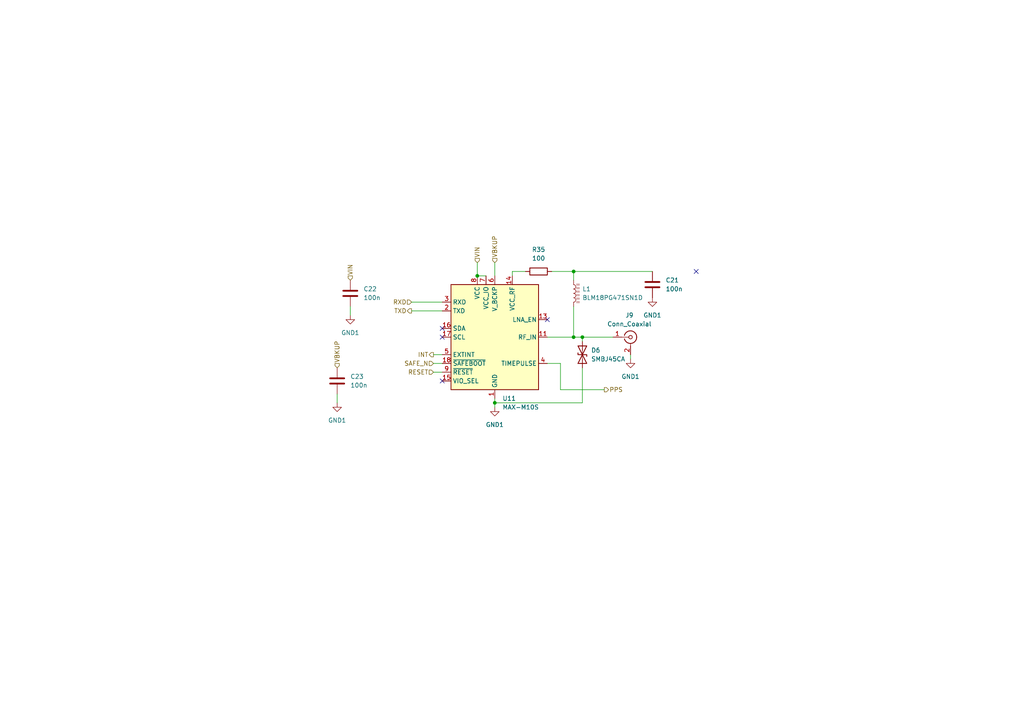
<source format=kicad_sch>
(kicad_sch (version 20230121) (generator eeschema)
  (paper "A4")
  (lib_symbols
    (symbol "Connector:Conn_Coaxial" (pin_names (offset 1.016) hide)
      (property "Reference" "J" (at 0.254 3.048 0))
      (property "Value" "Conn_Coaxial" (at 2.921 0 90))
      (symbol "Conn_Coaxial_0_1"
        (arc (start -1.778 -0.508) (mid 0.2311 -1.8066) (end 1.778 0) (stroke (width 0.254)))
        (polyline (pts (xy -2.54 0) (xy -0.508 0)))
        (polyline (pts (xy 0 -2.54) (xy 0 -1.778)))
        (circle (center 0 0) (radius 0.508) (stroke (width 0.2032)))
        (arc (start 1.778 0) (mid 0.2099 1.8101) (end -1.778 0.508) (stroke (width 0.254)))
      )
      (symbol "Conn_Coaxial_1_1"
        (pin passive line (at -5.08 0 0) (length 2.54) (name "In") (number "1"))
        (pin passive line (at 0 -5.08 90) (length 2.54) (name "Ext") (number "2"))
      )
    )
    (symbol "Device:C" (pin_numbers hide) (pin_names (offset 0.254))
      (property "Reference" "C" (at 0.635 2.54 0))
      (property "Value" "C" (at 0.635 -2.54 0))
      (symbol "C_0_1"
        (polyline (pts (xy -2.032 -0.762) (xy 2.032 -0.762)) (stroke (width 0.508)))
        (polyline (pts (xy -2.032 0.762) (xy 2.032 0.762)) (stroke (width 0.508)))
      )
      (symbol "C_1_1"
        (pin passive line (at 0 3.81 270) (length 2.794) (name "~") (number "1"))
        (pin passive line (at 0 -3.81 90) (length 2.794) (name "~") (number "2"))
      )
    )
    (symbol "Device:D_TVS" (pin_numbers hide) (pin_names (offset 1.016) hide)
      (property "Reference" "D" (at 0 2.54 0))
      (property "Value" "D_TVS" (at 0 -2.54 0))
      (symbol "D_TVS_0_1"
        (polyline (pts (xy 1.27 0) (xy -1.27 0)))
        (polyline (pts (xy 0.508 1.27) (xy 0 1.27) (xy 0 -1.27) (xy -0.508 -1.27)) (stroke (width 0.254)))
        (polyline (pts (xy -2.54 1.27) (xy -2.54 -1.27) (xy 2.54 1.27) (xy 2.54 -1.27) (xy -2.54 1.27)) (stroke (width 0.254)))
      )
      (symbol "D_TVS_1_1"
        (pin passive line (at -3.81 0 0) (length 2.54) (name "A1") (number "1"))
        (pin passive line (at 3.81 0 180) (length 2.54) (name "A2") (number "2"))
      )
    )
    (symbol "Device:L_Ferrite" (pin_numbers hide) (pin_names (offset 1.016) hide)
      (property "Reference" "L" (at -1.27 0 90))
      (property "Value" "L_Ferrite" (at 2.794 0 90))
      (symbol "L_Ferrite_0_1"
        (arc (start 0 -2.54) (mid 0.6323 -1.905) (end 0 -1.27))
        (arc (start 0 -1.27) (mid 0.6323 -0.635) (end 0 0))
        (polyline (pts (xy 1.016 -2.794) (xy 1.016 -2.286)))
        (polyline (pts (xy 1.016 -1.778) (xy 1.016 -1.27)))
        (polyline (pts (xy 1.016 -0.762) (xy 1.016 -0.254)))
        (polyline (pts (xy 1.016 0.254) (xy 1.016 0.762)))
        (polyline (pts (xy 1.016 1.27) (xy 1.016 1.778)))
        (polyline (pts (xy 1.016 2.286) (xy 1.016 2.794)))
        (polyline (pts (xy 1.524 -2.286) (xy 1.524 -2.794)))
        (polyline (pts (xy 1.524 -1.27) (xy 1.524 -1.778)))
        (polyline (pts (xy 1.524 -0.254) (xy 1.524 -0.762)))
        (polyline (pts (xy 1.524 0.762) (xy 1.524 0.254)))
        (polyline (pts (xy 1.524 1.778) (xy 1.524 1.27)))
        (polyline (pts (xy 1.524 2.794) (xy 1.524 2.286)))
        (arc (start 0 0) (mid 0.6323 0.635) (end 0 1.27))
        (arc (start 0 1.27) (mid 0.6323 1.905) (end 0 2.54))
      )
      (symbol "L_Ferrite_1_1"
        (pin passive line (at 0 3.81 270) (length 1.27) (name "1") (number "1"))
        (pin passive line (at 0 -3.81 90) (length 1.27) (name "2") (number "2"))
      )
    )
    (symbol "Device:R" (pin_numbers hide) (pin_names (offset 0))
      (property "Reference" "R" (at 2.032 0 90))
      (property "Value" "R" (at 0 0 90))
      (symbol "R_0_1"
        (rectangle (start -1.016 -2.54) (end 1.016 2.54) (stroke (width 0.254)))
      )
      (symbol "R_1_1"
        (pin passive line (at 0 3.81 270) (length 1.27) (name "~") (number "1"))
        (pin passive line (at 0 -3.81 90) (length 1.27) (name "~") (number "2"))
      )
    )
    (symbol "RF_GPS:MAX-M10S"
      (property "Reference" "U" (at -10.16 16.51 0))
      (property "Value" "MAX-M10S" (at 11.43 16.51 0))
      (symbol "MAX-M10S_0_1"
        (rectangle (start 12.7 15.24) (end -12.7 -15.24) (stroke (width 0.254)) (fill (type background)))
      )
      (symbol "MAX-M10S_1_1"
        (pin power_in line (at 0 -17.78 90) (length 2.54) (name "GND") (number "1"))
        (pin passive line (at 0 -17.78 90) (length 2.54) hide (name "GND") (number "10"))
        (pin input line (at 15.24 0 180) (length 2.54) (name "RF_IN") (number "11"))
        (pin passive line (at 0 -17.78 90) (length 2.54) hide (name "GND") (number "12"))
        (pin output line (at 15.24 5.08 180) (length 2.54) (name "LNA_EN") (number "13"))
        (pin power_out line (at 5.08 17.78 270) (length 2.54) (name "VCC_RF") (number "14"))
        (pin input line (at -15.24 -12.7 0) (length 2.54) (name "VIO_SEL") (number "15"))
        (pin bidirectional line (at -15.24 2.54 0) (length 2.54) (name "SDA") (number "16"))
        (pin input line (at -15.24 0 0) (length 2.54) (name "SCL") (number "17"))
        (pin input line (at -15.24 -7.62 0) (length 2.54) (name "~{SAFEBOOT}") (number "18"))
        (pin output line (at -15.24 7.62 0) (length 2.54) (name "TXD") (number "2"))
        (pin input line (at -15.24 10.16 0) (length 2.54) (name "RXD") (number "3"))
        (pin output line (at 15.24 -7.62 180) (length 2.54) (name "TIMEPULSE") (number "4"))
        (pin input line (at -15.24 -5.08 0) (length 2.54) (name "EXTINT") (number "5"))
        (pin power_in line (at 0 17.78 270) (length 2.54) (name "V_BCKP") (number "6"))
        (pin power_in line (at -2.54 17.78 270) (length 2.54) (name "VCC_IO") (number "7"))
        (pin power_in line (at -5.08 17.78 270) (length 2.54) (name "VCC") (number "8"))
        (pin input line (at -15.24 -10.16 0) (length 2.54) (name "~{RESET}") (number "9"))
      )
    )
    (symbol "power:GND1" (power) (pin_names (offset 0))
      (property "Value" "GND1" (at 0 -3.81 0))
      (symbol "GND1_0_1"
        (polyline (pts (xy 0 0) (xy 0 -1.27) (xy 1.27 -1.27) (xy 0 -2.54) (xy -1.27 -1.27) (xy 0 -1.27)))
      )
      (symbol "GND1_1_1"
        (pin power_in line (at 0 0 270) (length 0) hide (name "GND1") (number "1"))
      )
    )
  )
  (junction (at 168.91 97.79))
  (junction (at 166.37 97.79))
  (junction (at 166.37 78.74))
  (junction (at 143.51 116.84))
  (junction (at 138.43 80.01))
  (no_connect (at 128.27 95.25))
  (no_connect (at 158.75 92.71))
  (no_connect (at 201.93 78.74))
  (no_connect (at 128.27 97.79))
  (no_connect (at 128.27 110.49))
  (wire (pts (xy 166.37 97.79) (xy 168.91 97.79)))
  (wire (pts (xy 175.26 113.03) (xy 162.56 113.03)))
  (wire (pts (xy 182.88 104.14) (xy 182.88 102.87)))
  (wire (pts (xy 143.51 118.11) (xy 143.51 116.84)))
  (wire (pts (xy 158.75 97.79) (xy 166.37 97.79)))
  (wire (pts (xy 119.38 87.63) (xy 128.27 87.63)))
  (wire (pts (xy 125.73 107.95) (xy 128.27 107.95)))
  (wire (pts (xy 138.43 76.2) (xy 138.43 80.01)))
  (wire (pts (xy 160.02 78.74) (xy 166.37 78.74)))
  (wire (pts (xy 125.73 102.87) (xy 128.27 102.87)))
  (wire (pts (xy 148.59 80.01) (xy 148.59 78.74)))
  (wire (pts (xy 148.59 78.74) (xy 152.4 78.74)))
  (wire (pts (xy 168.91 97.79) (xy 177.8 97.79)))
  (wire (pts (xy 138.43 80.01) (xy 140.97 80.01)))
  (wire (pts (xy 143.51 116.84) (xy 143.51 115.57)))
  (wire (pts (xy 162.56 105.41) (xy 158.75 105.41)))
  (wire (pts (xy 143.51 76.2) (xy 143.51 80.01)))
  (wire (pts (xy 168.91 106.68) (xy 168.91 116.84)))
  (wire (pts (xy 162.56 113.03) (xy 162.56 105.41)))
  (wire (pts (xy 166.37 88.9) (xy 166.37 97.79)))
  (wire (pts (xy 101.6 91.44) (xy 101.6 88.9)))
  (wire (pts (xy 166.37 78.74) (xy 189.23 78.74)))
  (wire (pts (xy 125.73 105.41) (xy 128.27 105.41)))
  (wire (pts (xy 168.91 97.79) (xy 168.91 99.06)))
  (wire (pts (xy 166.37 78.74) (xy 166.37 81.28)))
  (wire (pts (xy 97.79 116.84) (xy 97.79 114.3)))
  (wire (pts (xy 168.91 116.84) (xy 143.51 116.84)))
  (wire (pts (xy 119.38 90.17) (xy 128.27 90.17)))
  (hierarchical_label "VBKUP" (shape input) (at 97.79 106.68 90))
  (hierarchical_label "RXD" (shape input) (at 119.38 87.63 180))
  (hierarchical_label "VBKUP" (shape input) (at 143.51 76.2 90))
  (hierarchical_label "SAFE_N" (shape input) (at 125.73 105.41 180))
  (hierarchical_label "VIN" (shape input) (at 138.43 76.2 90))
  (hierarchical_label "VIN" (shape input) (at 101.6 81.28 90))
  (hierarchical_label "RESET" (shape input) (at 125.73 107.95 180))
  (hierarchical_label "INT" (shape output) (at 125.73 102.87 180))
  (hierarchical_label "PPS" (shape output) (at 175.26 113.03 0))
  (hierarchical_label "TXD" (shape output) (at 119.38 90.17 180))
  (symbol (lib_id "Device:C") (at 189.23 82.55 0) (unit 1)
    (property "Reference" "C21" (at 193.04 81.28 0) (effects (justify left)))
    (property "Value" "100n" (at 193.04 83.82 0) (effects (justify left)))
    (property "Footprint" "Capacitor_SMD:C_0603_1608Metric_Pad1.08x0.95mm_HandSolder" (effects hide))
  )
  (symbol (lib_id "Connector:Conn_Coaxial") (at 182.88 97.79 0) (unit 1)
    (property "Reference" "J9" (at 182.5626 91.44 0))
    (property "Value" "Conn_Coaxial" (at 182.5626 93.98 0))
    (property "Footprint" "Connector_Coaxial:SMA_Amphenol_132291_Vertical" (effects hide))
    (property "Datasheet" " ~" (effects hide))
  )
  (symbol (lib_id "Device:R") (at 156.21 78.74 90) (unit 1)
    (property "Reference" "R35" (at 156.21 72.39 90))
    (property "Value" "100" (at 156.21 74.93 90))
    (property "Footprint" "Resistor_SMD:R_0603_1608Metric_Pad0.98x0.95mm_HandSolder" (effects hide))
  )
  (symbol (lib_id "power:GND1") (at 189.23 86.36 0) (unit 1)
    (property "Reference" "#PWR01" (effects hide))
    (property "Value" "GND1" (at 189.23 91.44 0))
    (instances (project "balloon" (path "" (reference "#PWR01") (unit 1)) (path "" (reference "#PWR020") (unit 1)) (path "" (reference "#PWR058") (unit 1))))
  )
  (symbol (lib_id "Device:L_Ferrite") (at 166.37 85.09 0) (unit 1)
    (property "Reference" "L1" (at 168.91 83.82 0) (effects (justify left)))
    (property "Value" "BLM18PG471SN1D" (at 168.91 86.36 0) (effects (justify left)))
    (property "Footprint" "Resistor_SMD:R_0603_1608Metric_Pad0.98x0.95mm_HandSolder" (effects hide))
  )
  (symbol (lib_id "power:GND1") (at 143.51 118.11 0) (unit 1)
    (property "Reference" "#PWR01" (effects hide))
    (property "Value" "GND1" (at 143.51 123.19 0))
    (instances (project "balloon" (path "" (reference "#PWR01") (unit 1)) (path "" (reference "#PWR020") (unit 1)) (path "" (reference "#PWR060") (unit 1))))
  )
  (symbol (lib_id "Device:C") (at 101.6 85.09 0) (unit 1)
    (property "Reference" "C22" (at 105.41 83.82 0) (effects (justify left)))
    (property "Value" "100n" (at 105.41 86.36 0) (effects (justify left)))
    (property "Footprint" "Capacitor_SMD:C_0603_1608Metric_Pad1.08x0.95mm_HandSolder" (effects hide))
  )
  (symbol (lib_id "RF_GPS:MAX-M10S") (at 143.51 97.79 0) (unit 1)
    (property "Reference" "U11" (at 145.7041 115.57 0) (effects (justify left)))
    (property "Value" "MAX-M10S" (at 145.7041 118.11 0) (effects (justify left)))
    (property "Footprint" "RF_GPS:ublox_MAX" (effects hide))
    (property "Datasheet" "https://content.u-blox.com/sites/default/files/MAX-M10S_DataSheet_UBX-20035208.pdf" (effects hide))
  )
  (symbol (lib_id "power:GND1") (at 97.79 116.84 0) (unit 1)
    (property "Reference" "#PWR01" (effects hide))
    (property "Value" "GND1" (at 97.79 121.92 0))
    (instances (project "balloon" (path "" (reference "#PWR01") (unit 1)) (path "" (reference "#PWR020") (unit 1)) (path "" (reference "#PWR057") (unit 1))))
  )
  (symbol (lib_id "power:GND1") (at 101.6 91.44 0) (unit 1)
    (property "Reference" "#PWR01" (effects hide))
    (property "Value" "GND1" (at 101.6 96.52 0))
    (instances (project "balloon" (path "" (reference "#PWR01") (unit 1)) (path "" (reference "#PWR020") (unit 1)) (path "" (reference "#PWR03") (unit 1))))
  )
  (symbol (lib_id "power:GND1") (at 182.88 104.14 0) (unit 1)
    (property "Reference" "#PWR01" (effects hide))
    (property "Value" "GND1" (at 182.88 109.22 0))
    (instances (project "balloon" (path "" (reference "#PWR01") (unit 1)) (path "" (reference "#PWR020") (unit 1)) (path "" (reference "#PWR056") (unit 1))))
  )
  (symbol (lib_id "Device:C") (at 97.79 110.49 0) (unit 1)
    (property "Reference" "C23" (at 101.6 109.22 0) (effects (justify left)))
    (property "Value" "100n" (at 101.6 111.76 0) (effects (justify left)))
    (property "Footprint" "Capacitor_SMD:C_0603_1608Metric_Pad1.08x0.95mm_HandSolder" (effects hide))
  )
  (symbol (lib_id "Device:D_TVS") (at 168.91 102.87 90) (unit 1)
    (property "Reference" "D6" (at 171.45 101.6 90) (effects (justify right)))
    (property "Value" "SMBJ45CA" (at 171.45 104.14 90) (effects (justify right)))
    (property "Footprint" "Diode_SMD:D_SMB" (effects hide))
  )
)
</source>
